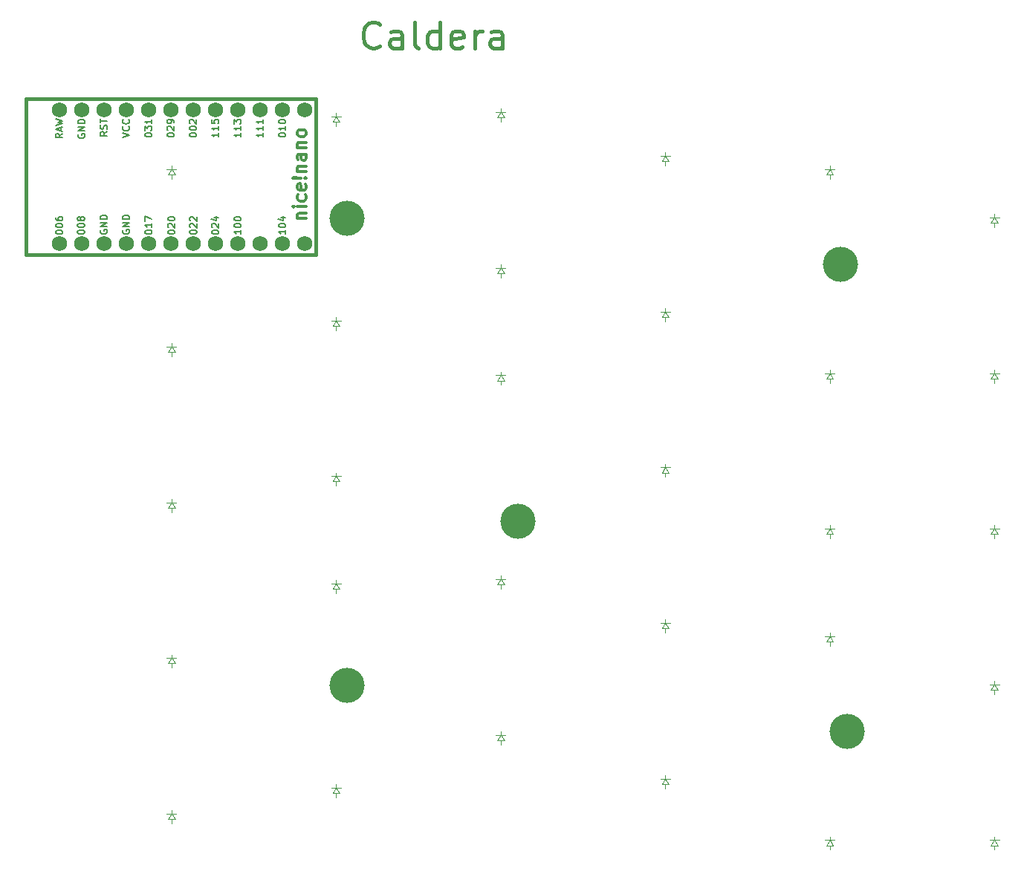
<source format=gbr>
%TF.GenerationSoftware,KiCad,Pcbnew,7.0.8*%
%TF.CreationDate,2024-07-17T12:43:32-03:00*%
%TF.ProjectId,right,72696768-742e-46b6-9963-61645f706362,v1.0.0*%
%TF.SameCoordinates,Original*%
%TF.FileFunction,Legend,Top*%
%TF.FilePolarity,Positive*%
%FSLAX46Y46*%
G04 Gerber Fmt 4.6, Leading zero omitted, Abs format (unit mm)*
G04 Created by KiCad (PCBNEW 7.0.8) date 2024-07-17 12:43:32*
%MOMM*%
%LPD*%
G01*
G04 APERTURE LIST*
%ADD10C,0.400000*%
%ADD11C,0.150000*%
%ADD12C,0.300000*%
%ADD13C,0.100000*%
%ADD14C,0.381000*%
%ADD15C,4.000000*%
%ADD16C,1.752600*%
G04 APERTURE END LIST*
D10*
X285241728Y-62581342D02*
X285098871Y-62724200D01*
X285098871Y-62724200D02*
X284670299Y-62867057D01*
X284670299Y-62867057D02*
X284384585Y-62867057D01*
X284384585Y-62867057D02*
X283956014Y-62724200D01*
X283956014Y-62724200D02*
X283670299Y-62438485D01*
X283670299Y-62438485D02*
X283527442Y-62152771D01*
X283527442Y-62152771D02*
X283384585Y-61581342D01*
X283384585Y-61581342D02*
X283384585Y-61152771D01*
X283384585Y-61152771D02*
X283527442Y-60581342D01*
X283527442Y-60581342D02*
X283670299Y-60295628D01*
X283670299Y-60295628D02*
X283956014Y-60009914D01*
X283956014Y-60009914D02*
X284384585Y-59867057D01*
X284384585Y-59867057D02*
X284670299Y-59867057D01*
X284670299Y-59867057D02*
X285098871Y-60009914D01*
X285098871Y-60009914D02*
X285241728Y-60152771D01*
X287813157Y-62867057D02*
X287813157Y-61295628D01*
X287813157Y-61295628D02*
X287670299Y-61009914D01*
X287670299Y-61009914D02*
X287384585Y-60867057D01*
X287384585Y-60867057D02*
X286813157Y-60867057D01*
X286813157Y-60867057D02*
X286527442Y-61009914D01*
X287813157Y-62724200D02*
X287527442Y-62867057D01*
X287527442Y-62867057D02*
X286813157Y-62867057D01*
X286813157Y-62867057D02*
X286527442Y-62724200D01*
X286527442Y-62724200D02*
X286384585Y-62438485D01*
X286384585Y-62438485D02*
X286384585Y-62152771D01*
X286384585Y-62152771D02*
X286527442Y-61867057D01*
X286527442Y-61867057D02*
X286813157Y-61724200D01*
X286813157Y-61724200D02*
X287527442Y-61724200D01*
X287527442Y-61724200D02*
X287813157Y-61581342D01*
X289670300Y-62867057D02*
X289384585Y-62724200D01*
X289384585Y-62724200D02*
X289241728Y-62438485D01*
X289241728Y-62438485D02*
X289241728Y-59867057D01*
X292098872Y-62867057D02*
X292098872Y-59867057D01*
X292098872Y-62724200D02*
X291813157Y-62867057D01*
X291813157Y-62867057D02*
X291241729Y-62867057D01*
X291241729Y-62867057D02*
X290956014Y-62724200D01*
X290956014Y-62724200D02*
X290813157Y-62581342D01*
X290813157Y-62581342D02*
X290670300Y-62295628D01*
X290670300Y-62295628D02*
X290670300Y-61438485D01*
X290670300Y-61438485D02*
X290813157Y-61152771D01*
X290813157Y-61152771D02*
X290956014Y-61009914D01*
X290956014Y-61009914D02*
X291241729Y-60867057D01*
X291241729Y-60867057D02*
X291813157Y-60867057D01*
X291813157Y-60867057D02*
X292098872Y-61009914D01*
X294670300Y-62724200D02*
X294384586Y-62867057D01*
X294384586Y-62867057D02*
X293813158Y-62867057D01*
X293813158Y-62867057D02*
X293527443Y-62724200D01*
X293527443Y-62724200D02*
X293384586Y-62438485D01*
X293384586Y-62438485D02*
X293384586Y-61295628D01*
X293384586Y-61295628D02*
X293527443Y-61009914D01*
X293527443Y-61009914D02*
X293813158Y-60867057D01*
X293813158Y-60867057D02*
X294384586Y-60867057D01*
X294384586Y-60867057D02*
X294670300Y-61009914D01*
X294670300Y-61009914D02*
X294813158Y-61295628D01*
X294813158Y-61295628D02*
X294813158Y-61581342D01*
X294813158Y-61581342D02*
X293384586Y-61867057D01*
X296098872Y-62867057D02*
X296098872Y-60867057D01*
X296098872Y-61438485D02*
X296241729Y-61152771D01*
X296241729Y-61152771D02*
X296384587Y-61009914D01*
X296384587Y-61009914D02*
X296670301Y-60867057D01*
X296670301Y-60867057D02*
X296956015Y-60867057D01*
X299241730Y-62867057D02*
X299241730Y-61295628D01*
X299241730Y-61295628D02*
X299098872Y-61009914D01*
X299098872Y-61009914D02*
X298813158Y-60867057D01*
X298813158Y-60867057D02*
X298241730Y-60867057D01*
X298241730Y-60867057D02*
X297956015Y-61009914D01*
X299241730Y-62724200D02*
X298956015Y-62867057D01*
X298956015Y-62867057D02*
X298241730Y-62867057D01*
X298241730Y-62867057D02*
X297956015Y-62724200D01*
X297956015Y-62724200D02*
X297813158Y-62438485D01*
X297813158Y-62438485D02*
X297813158Y-62152771D01*
X297813158Y-62152771D02*
X297956015Y-61867057D01*
X297956015Y-61867057D02*
X298241730Y-61724200D01*
X298241730Y-61724200D02*
X298956015Y-61724200D01*
X298956015Y-61724200D02*
X299241730Y-61581342D01*
D11*
X266922295Y-72496142D02*
X266922295Y-72953285D01*
X266922295Y-72724713D02*
X266122295Y-72724713D01*
X266122295Y-72724713D02*
X266236580Y-72800904D01*
X266236580Y-72800904D02*
X266312771Y-72877094D01*
X266312771Y-72877094D02*
X266350866Y-72953285D01*
X266922295Y-71734237D02*
X266922295Y-72191380D01*
X266922295Y-71962808D02*
X266122295Y-71962808D01*
X266122295Y-71962808D02*
X266236580Y-72038999D01*
X266236580Y-72038999D02*
X266312771Y-72115189D01*
X266312771Y-72115189D02*
X266350866Y-72191380D01*
X266122295Y-71010427D02*
X266122295Y-71391379D01*
X266122295Y-71391379D02*
X266503247Y-71429475D01*
X266503247Y-71429475D02*
X266465152Y-71391379D01*
X266465152Y-71391379D02*
X266427057Y-71315189D01*
X266427057Y-71315189D02*
X266427057Y-71124713D01*
X266427057Y-71124713D02*
X266465152Y-71048522D01*
X266465152Y-71048522D02*
X266503247Y-71010427D01*
X266503247Y-71010427D02*
X266579438Y-70972332D01*
X266579438Y-70972332D02*
X266769914Y-70972332D01*
X266769914Y-70972332D02*
X266846104Y-71010427D01*
X266846104Y-71010427D02*
X266884200Y-71048522D01*
X266884200Y-71048522D02*
X266922295Y-71124713D01*
X266922295Y-71124713D02*
X266922295Y-71315189D01*
X266922295Y-71315189D02*
X266884200Y-71391379D01*
X266884200Y-71391379D02*
X266846104Y-71429475D01*
X250920390Y-72654856D02*
X250882295Y-72731046D01*
X250882295Y-72731046D02*
X250882295Y-72845332D01*
X250882295Y-72845332D02*
X250920390Y-72959618D01*
X250920390Y-72959618D02*
X250996580Y-73035808D01*
X250996580Y-73035808D02*
X251072771Y-73073903D01*
X251072771Y-73073903D02*
X251225152Y-73111999D01*
X251225152Y-73111999D02*
X251339438Y-73111999D01*
X251339438Y-73111999D02*
X251491819Y-73073903D01*
X251491819Y-73073903D02*
X251568009Y-73035808D01*
X251568009Y-73035808D02*
X251644200Y-72959618D01*
X251644200Y-72959618D02*
X251682295Y-72845332D01*
X251682295Y-72845332D02*
X251682295Y-72769141D01*
X251682295Y-72769141D02*
X251644200Y-72654856D01*
X251644200Y-72654856D02*
X251606104Y-72616760D01*
X251606104Y-72616760D02*
X251339438Y-72616760D01*
X251339438Y-72616760D02*
X251339438Y-72769141D01*
X251682295Y-72273903D02*
X250882295Y-72273903D01*
X250882295Y-72273903D02*
X251682295Y-71816760D01*
X251682295Y-71816760D02*
X250882295Y-71816760D01*
X251682295Y-71435808D02*
X250882295Y-71435808D01*
X250882295Y-71435808D02*
X250882295Y-71245332D01*
X250882295Y-71245332D02*
X250920390Y-71131046D01*
X250920390Y-71131046D02*
X250996580Y-71054856D01*
X250996580Y-71054856D02*
X251072771Y-71016761D01*
X251072771Y-71016761D02*
X251225152Y-70978665D01*
X251225152Y-70978665D02*
X251339438Y-70978665D01*
X251339438Y-70978665D02*
X251491819Y-71016761D01*
X251491819Y-71016761D02*
X251568009Y-71054856D01*
X251568009Y-71054856D02*
X251644200Y-71131046D01*
X251644200Y-71131046D02*
X251682295Y-71245332D01*
X251682295Y-71245332D02*
X251682295Y-71435808D01*
X263582295Y-72762808D02*
X263582295Y-72686618D01*
X263582295Y-72686618D02*
X263620390Y-72610427D01*
X263620390Y-72610427D02*
X263658485Y-72572332D01*
X263658485Y-72572332D02*
X263734676Y-72534237D01*
X263734676Y-72534237D02*
X263887057Y-72496142D01*
X263887057Y-72496142D02*
X264077533Y-72496142D01*
X264077533Y-72496142D02*
X264229914Y-72534237D01*
X264229914Y-72534237D02*
X264306104Y-72572332D01*
X264306104Y-72572332D02*
X264344200Y-72610427D01*
X264344200Y-72610427D02*
X264382295Y-72686618D01*
X264382295Y-72686618D02*
X264382295Y-72762808D01*
X264382295Y-72762808D02*
X264344200Y-72838999D01*
X264344200Y-72838999D02*
X264306104Y-72877094D01*
X264306104Y-72877094D02*
X264229914Y-72915189D01*
X264229914Y-72915189D02*
X264077533Y-72953285D01*
X264077533Y-72953285D02*
X263887057Y-72953285D01*
X263887057Y-72953285D02*
X263734676Y-72915189D01*
X263734676Y-72915189D02*
X263658485Y-72877094D01*
X263658485Y-72877094D02*
X263620390Y-72838999D01*
X263620390Y-72838999D02*
X263582295Y-72762808D01*
X263582295Y-72000903D02*
X263582295Y-71924713D01*
X263582295Y-71924713D02*
X263620390Y-71848522D01*
X263620390Y-71848522D02*
X263658485Y-71810427D01*
X263658485Y-71810427D02*
X263734676Y-71772332D01*
X263734676Y-71772332D02*
X263887057Y-71734237D01*
X263887057Y-71734237D02*
X264077533Y-71734237D01*
X264077533Y-71734237D02*
X264229914Y-71772332D01*
X264229914Y-71772332D02*
X264306104Y-71810427D01*
X264306104Y-71810427D02*
X264344200Y-71848522D01*
X264344200Y-71848522D02*
X264382295Y-71924713D01*
X264382295Y-71924713D02*
X264382295Y-72000903D01*
X264382295Y-72000903D02*
X264344200Y-72077094D01*
X264344200Y-72077094D02*
X264306104Y-72115189D01*
X264306104Y-72115189D02*
X264229914Y-72153284D01*
X264229914Y-72153284D02*
X264077533Y-72191380D01*
X264077533Y-72191380D02*
X263887057Y-72191380D01*
X263887057Y-72191380D02*
X263734676Y-72153284D01*
X263734676Y-72153284D02*
X263658485Y-72115189D01*
X263658485Y-72115189D02*
X263620390Y-72077094D01*
X263620390Y-72077094D02*
X263582295Y-72000903D01*
X263658485Y-71429475D02*
X263620390Y-71391379D01*
X263620390Y-71391379D02*
X263582295Y-71315189D01*
X263582295Y-71315189D02*
X263582295Y-71124713D01*
X263582295Y-71124713D02*
X263620390Y-71048522D01*
X263620390Y-71048522D02*
X263658485Y-71010427D01*
X263658485Y-71010427D02*
X263734676Y-70972332D01*
X263734676Y-70972332D02*
X263810866Y-70972332D01*
X263810866Y-70972332D02*
X263925152Y-71010427D01*
X263925152Y-71010427D02*
X264382295Y-71467570D01*
X264382295Y-71467570D02*
X264382295Y-70972332D01*
X248342295Y-83837189D02*
X248342295Y-83760999D01*
X248342295Y-83760999D02*
X248380390Y-83684808D01*
X248380390Y-83684808D02*
X248418485Y-83646713D01*
X248418485Y-83646713D02*
X248494676Y-83608618D01*
X248494676Y-83608618D02*
X248647057Y-83570523D01*
X248647057Y-83570523D02*
X248837533Y-83570523D01*
X248837533Y-83570523D02*
X248989914Y-83608618D01*
X248989914Y-83608618D02*
X249066104Y-83646713D01*
X249066104Y-83646713D02*
X249104200Y-83684808D01*
X249104200Y-83684808D02*
X249142295Y-83760999D01*
X249142295Y-83760999D02*
X249142295Y-83837189D01*
X249142295Y-83837189D02*
X249104200Y-83913380D01*
X249104200Y-83913380D02*
X249066104Y-83951475D01*
X249066104Y-83951475D02*
X248989914Y-83989570D01*
X248989914Y-83989570D02*
X248837533Y-84027666D01*
X248837533Y-84027666D02*
X248647057Y-84027666D01*
X248647057Y-84027666D02*
X248494676Y-83989570D01*
X248494676Y-83989570D02*
X248418485Y-83951475D01*
X248418485Y-83951475D02*
X248380390Y-83913380D01*
X248380390Y-83913380D02*
X248342295Y-83837189D01*
X248342295Y-83075284D02*
X248342295Y-82999094D01*
X248342295Y-82999094D02*
X248380390Y-82922903D01*
X248380390Y-82922903D02*
X248418485Y-82884808D01*
X248418485Y-82884808D02*
X248494676Y-82846713D01*
X248494676Y-82846713D02*
X248647057Y-82808618D01*
X248647057Y-82808618D02*
X248837533Y-82808618D01*
X248837533Y-82808618D02*
X248989914Y-82846713D01*
X248989914Y-82846713D02*
X249066104Y-82884808D01*
X249066104Y-82884808D02*
X249104200Y-82922903D01*
X249104200Y-82922903D02*
X249142295Y-82999094D01*
X249142295Y-82999094D02*
X249142295Y-83075284D01*
X249142295Y-83075284D02*
X249104200Y-83151475D01*
X249104200Y-83151475D02*
X249066104Y-83189570D01*
X249066104Y-83189570D02*
X248989914Y-83227665D01*
X248989914Y-83227665D02*
X248837533Y-83265761D01*
X248837533Y-83265761D02*
X248647057Y-83265761D01*
X248647057Y-83265761D02*
X248494676Y-83227665D01*
X248494676Y-83227665D02*
X248418485Y-83189570D01*
X248418485Y-83189570D02*
X248380390Y-83151475D01*
X248380390Y-83151475D02*
X248342295Y-83075284D01*
X248342295Y-82122903D02*
X248342295Y-82275284D01*
X248342295Y-82275284D02*
X248380390Y-82351475D01*
X248380390Y-82351475D02*
X248418485Y-82389570D01*
X248418485Y-82389570D02*
X248532771Y-82465760D01*
X248532771Y-82465760D02*
X248685152Y-82503856D01*
X248685152Y-82503856D02*
X248989914Y-82503856D01*
X248989914Y-82503856D02*
X249066104Y-82465760D01*
X249066104Y-82465760D02*
X249104200Y-82427665D01*
X249104200Y-82427665D02*
X249142295Y-82351475D01*
X249142295Y-82351475D02*
X249142295Y-82199094D01*
X249142295Y-82199094D02*
X249104200Y-82122903D01*
X249104200Y-82122903D02*
X249066104Y-82084808D01*
X249066104Y-82084808D02*
X248989914Y-82046713D01*
X248989914Y-82046713D02*
X248799438Y-82046713D01*
X248799438Y-82046713D02*
X248723247Y-82084808D01*
X248723247Y-82084808D02*
X248685152Y-82122903D01*
X248685152Y-82122903D02*
X248647057Y-82199094D01*
X248647057Y-82199094D02*
X248647057Y-82351475D01*
X248647057Y-82351475D02*
X248685152Y-82427665D01*
X248685152Y-82427665D02*
X248723247Y-82465760D01*
X248723247Y-82465760D02*
X248799438Y-82503856D01*
X258502295Y-72762808D02*
X258502295Y-72686618D01*
X258502295Y-72686618D02*
X258540390Y-72610427D01*
X258540390Y-72610427D02*
X258578485Y-72572332D01*
X258578485Y-72572332D02*
X258654676Y-72534237D01*
X258654676Y-72534237D02*
X258807057Y-72496142D01*
X258807057Y-72496142D02*
X258997533Y-72496142D01*
X258997533Y-72496142D02*
X259149914Y-72534237D01*
X259149914Y-72534237D02*
X259226104Y-72572332D01*
X259226104Y-72572332D02*
X259264200Y-72610427D01*
X259264200Y-72610427D02*
X259302295Y-72686618D01*
X259302295Y-72686618D02*
X259302295Y-72762808D01*
X259302295Y-72762808D02*
X259264200Y-72838999D01*
X259264200Y-72838999D02*
X259226104Y-72877094D01*
X259226104Y-72877094D02*
X259149914Y-72915189D01*
X259149914Y-72915189D02*
X258997533Y-72953285D01*
X258997533Y-72953285D02*
X258807057Y-72953285D01*
X258807057Y-72953285D02*
X258654676Y-72915189D01*
X258654676Y-72915189D02*
X258578485Y-72877094D01*
X258578485Y-72877094D02*
X258540390Y-72838999D01*
X258540390Y-72838999D02*
X258502295Y-72762808D01*
X258502295Y-72229475D02*
X258502295Y-71734237D01*
X258502295Y-71734237D02*
X258807057Y-72000903D01*
X258807057Y-72000903D02*
X258807057Y-71886618D01*
X258807057Y-71886618D02*
X258845152Y-71810427D01*
X258845152Y-71810427D02*
X258883247Y-71772332D01*
X258883247Y-71772332D02*
X258959438Y-71734237D01*
X258959438Y-71734237D02*
X259149914Y-71734237D01*
X259149914Y-71734237D02*
X259226104Y-71772332D01*
X259226104Y-71772332D02*
X259264200Y-71810427D01*
X259264200Y-71810427D02*
X259302295Y-71886618D01*
X259302295Y-71886618D02*
X259302295Y-72115189D01*
X259302295Y-72115189D02*
X259264200Y-72191380D01*
X259264200Y-72191380D02*
X259226104Y-72229475D01*
X259302295Y-70972332D02*
X259302295Y-71429475D01*
X259302295Y-71200903D02*
X258502295Y-71200903D01*
X258502295Y-71200903D02*
X258616580Y-71277094D01*
X258616580Y-71277094D02*
X258692771Y-71353284D01*
X258692771Y-71353284D02*
X258730866Y-71429475D01*
X249142295Y-72578665D02*
X248761342Y-72845332D01*
X249142295Y-73035808D02*
X248342295Y-73035808D01*
X248342295Y-73035808D02*
X248342295Y-72731046D01*
X248342295Y-72731046D02*
X248380390Y-72654856D01*
X248380390Y-72654856D02*
X248418485Y-72616761D01*
X248418485Y-72616761D02*
X248494676Y-72578665D01*
X248494676Y-72578665D02*
X248608961Y-72578665D01*
X248608961Y-72578665D02*
X248685152Y-72616761D01*
X248685152Y-72616761D02*
X248723247Y-72654856D01*
X248723247Y-72654856D02*
X248761342Y-72731046D01*
X248761342Y-72731046D02*
X248761342Y-73035808D01*
X248913723Y-72273904D02*
X248913723Y-71892951D01*
X249142295Y-72350094D02*
X248342295Y-72083427D01*
X248342295Y-72083427D02*
X249142295Y-71816761D01*
X248342295Y-71626285D02*
X249142295Y-71435809D01*
X249142295Y-71435809D02*
X248570866Y-71283428D01*
X248570866Y-71283428D02*
X249142295Y-71131047D01*
X249142295Y-71131047D02*
X248342295Y-70940571D01*
X250812295Y-83837189D02*
X250812295Y-83760999D01*
X250812295Y-83760999D02*
X250850390Y-83684808D01*
X250850390Y-83684808D02*
X250888485Y-83646713D01*
X250888485Y-83646713D02*
X250964676Y-83608618D01*
X250964676Y-83608618D02*
X251117057Y-83570523D01*
X251117057Y-83570523D02*
X251307533Y-83570523D01*
X251307533Y-83570523D02*
X251459914Y-83608618D01*
X251459914Y-83608618D02*
X251536104Y-83646713D01*
X251536104Y-83646713D02*
X251574200Y-83684808D01*
X251574200Y-83684808D02*
X251612295Y-83760999D01*
X251612295Y-83760999D02*
X251612295Y-83837189D01*
X251612295Y-83837189D02*
X251574200Y-83913380D01*
X251574200Y-83913380D02*
X251536104Y-83951475D01*
X251536104Y-83951475D02*
X251459914Y-83989570D01*
X251459914Y-83989570D02*
X251307533Y-84027666D01*
X251307533Y-84027666D02*
X251117057Y-84027666D01*
X251117057Y-84027666D02*
X250964676Y-83989570D01*
X250964676Y-83989570D02*
X250888485Y-83951475D01*
X250888485Y-83951475D02*
X250850390Y-83913380D01*
X250850390Y-83913380D02*
X250812295Y-83837189D01*
X250812295Y-83075284D02*
X250812295Y-82999094D01*
X250812295Y-82999094D02*
X250850390Y-82922903D01*
X250850390Y-82922903D02*
X250888485Y-82884808D01*
X250888485Y-82884808D02*
X250964676Y-82846713D01*
X250964676Y-82846713D02*
X251117057Y-82808618D01*
X251117057Y-82808618D02*
X251307533Y-82808618D01*
X251307533Y-82808618D02*
X251459914Y-82846713D01*
X251459914Y-82846713D02*
X251536104Y-82884808D01*
X251536104Y-82884808D02*
X251574200Y-82922903D01*
X251574200Y-82922903D02*
X251612295Y-82999094D01*
X251612295Y-82999094D02*
X251612295Y-83075284D01*
X251612295Y-83075284D02*
X251574200Y-83151475D01*
X251574200Y-83151475D02*
X251536104Y-83189570D01*
X251536104Y-83189570D02*
X251459914Y-83227665D01*
X251459914Y-83227665D02*
X251307533Y-83265761D01*
X251307533Y-83265761D02*
X251117057Y-83265761D01*
X251117057Y-83265761D02*
X250964676Y-83227665D01*
X250964676Y-83227665D02*
X250888485Y-83189570D01*
X250888485Y-83189570D02*
X250850390Y-83151475D01*
X250850390Y-83151475D02*
X250812295Y-83075284D01*
X251155152Y-82351475D02*
X251117057Y-82427665D01*
X251117057Y-82427665D02*
X251078961Y-82465760D01*
X251078961Y-82465760D02*
X251002771Y-82503856D01*
X251002771Y-82503856D02*
X250964676Y-82503856D01*
X250964676Y-82503856D02*
X250888485Y-82465760D01*
X250888485Y-82465760D02*
X250850390Y-82427665D01*
X250850390Y-82427665D02*
X250812295Y-82351475D01*
X250812295Y-82351475D02*
X250812295Y-82199094D01*
X250812295Y-82199094D02*
X250850390Y-82122903D01*
X250850390Y-82122903D02*
X250888485Y-82084808D01*
X250888485Y-82084808D02*
X250964676Y-82046713D01*
X250964676Y-82046713D02*
X251002771Y-82046713D01*
X251002771Y-82046713D02*
X251078961Y-82084808D01*
X251078961Y-82084808D02*
X251117057Y-82122903D01*
X251117057Y-82122903D02*
X251155152Y-82199094D01*
X251155152Y-82199094D02*
X251155152Y-82351475D01*
X251155152Y-82351475D02*
X251193247Y-82427665D01*
X251193247Y-82427665D02*
X251231342Y-82465760D01*
X251231342Y-82465760D02*
X251307533Y-82503856D01*
X251307533Y-82503856D02*
X251459914Y-82503856D01*
X251459914Y-82503856D02*
X251536104Y-82465760D01*
X251536104Y-82465760D02*
X251574200Y-82427665D01*
X251574200Y-82427665D02*
X251612295Y-82351475D01*
X251612295Y-82351475D02*
X251612295Y-82199094D01*
X251612295Y-82199094D02*
X251574200Y-82122903D01*
X251574200Y-82122903D02*
X251536104Y-82084808D01*
X251536104Y-82084808D02*
X251459914Y-82046713D01*
X251459914Y-82046713D02*
X251307533Y-82046713D01*
X251307533Y-82046713D02*
X251231342Y-82084808D01*
X251231342Y-82084808D02*
X251193247Y-82122903D01*
X251193247Y-82122903D02*
X251155152Y-82199094D01*
X258512295Y-83837189D02*
X258512295Y-83760999D01*
X258512295Y-83760999D02*
X258550390Y-83684808D01*
X258550390Y-83684808D02*
X258588485Y-83646713D01*
X258588485Y-83646713D02*
X258664676Y-83608618D01*
X258664676Y-83608618D02*
X258817057Y-83570523D01*
X258817057Y-83570523D02*
X259007533Y-83570523D01*
X259007533Y-83570523D02*
X259159914Y-83608618D01*
X259159914Y-83608618D02*
X259236104Y-83646713D01*
X259236104Y-83646713D02*
X259274200Y-83684808D01*
X259274200Y-83684808D02*
X259312295Y-83760999D01*
X259312295Y-83760999D02*
X259312295Y-83837189D01*
X259312295Y-83837189D02*
X259274200Y-83913380D01*
X259274200Y-83913380D02*
X259236104Y-83951475D01*
X259236104Y-83951475D02*
X259159914Y-83989570D01*
X259159914Y-83989570D02*
X259007533Y-84027666D01*
X259007533Y-84027666D02*
X258817057Y-84027666D01*
X258817057Y-84027666D02*
X258664676Y-83989570D01*
X258664676Y-83989570D02*
X258588485Y-83951475D01*
X258588485Y-83951475D02*
X258550390Y-83913380D01*
X258550390Y-83913380D02*
X258512295Y-83837189D01*
X259312295Y-82808618D02*
X259312295Y-83265761D01*
X259312295Y-83037189D02*
X258512295Y-83037189D01*
X258512295Y-83037189D02*
X258626580Y-83113380D01*
X258626580Y-83113380D02*
X258702771Y-83189570D01*
X258702771Y-83189570D02*
X258740866Y-83265761D01*
X258512295Y-82541951D02*
X258512295Y-82008617D01*
X258512295Y-82008617D02*
X259312295Y-82351475D01*
X254222295Y-72350094D02*
X253841342Y-72616761D01*
X254222295Y-72807237D02*
X253422295Y-72807237D01*
X253422295Y-72807237D02*
X253422295Y-72502475D01*
X253422295Y-72502475D02*
X253460390Y-72426285D01*
X253460390Y-72426285D02*
X253498485Y-72388190D01*
X253498485Y-72388190D02*
X253574676Y-72350094D01*
X253574676Y-72350094D02*
X253688961Y-72350094D01*
X253688961Y-72350094D02*
X253765152Y-72388190D01*
X253765152Y-72388190D02*
X253803247Y-72426285D01*
X253803247Y-72426285D02*
X253841342Y-72502475D01*
X253841342Y-72502475D02*
X253841342Y-72807237D01*
X254184200Y-72045333D02*
X254222295Y-71931047D01*
X254222295Y-71931047D02*
X254222295Y-71740571D01*
X254222295Y-71740571D02*
X254184200Y-71664380D01*
X254184200Y-71664380D02*
X254146104Y-71626285D01*
X254146104Y-71626285D02*
X254069914Y-71588190D01*
X254069914Y-71588190D02*
X253993723Y-71588190D01*
X253993723Y-71588190D02*
X253917533Y-71626285D01*
X253917533Y-71626285D02*
X253879438Y-71664380D01*
X253879438Y-71664380D02*
X253841342Y-71740571D01*
X253841342Y-71740571D02*
X253803247Y-71892952D01*
X253803247Y-71892952D02*
X253765152Y-71969142D01*
X253765152Y-71969142D02*
X253727057Y-72007237D01*
X253727057Y-72007237D02*
X253650866Y-72045333D01*
X253650866Y-72045333D02*
X253574676Y-72045333D01*
X253574676Y-72045333D02*
X253498485Y-72007237D01*
X253498485Y-72007237D02*
X253460390Y-71969142D01*
X253460390Y-71969142D02*
X253422295Y-71892952D01*
X253422295Y-71892952D02*
X253422295Y-71702475D01*
X253422295Y-71702475D02*
X253460390Y-71588190D01*
X253422295Y-71359618D02*
X253422295Y-70902475D01*
X254222295Y-71131047D02*
X253422295Y-71131047D01*
X261042295Y-72762808D02*
X261042295Y-72686618D01*
X261042295Y-72686618D02*
X261080390Y-72610427D01*
X261080390Y-72610427D02*
X261118485Y-72572332D01*
X261118485Y-72572332D02*
X261194676Y-72534237D01*
X261194676Y-72534237D02*
X261347057Y-72496142D01*
X261347057Y-72496142D02*
X261537533Y-72496142D01*
X261537533Y-72496142D02*
X261689914Y-72534237D01*
X261689914Y-72534237D02*
X261766104Y-72572332D01*
X261766104Y-72572332D02*
X261804200Y-72610427D01*
X261804200Y-72610427D02*
X261842295Y-72686618D01*
X261842295Y-72686618D02*
X261842295Y-72762808D01*
X261842295Y-72762808D02*
X261804200Y-72838999D01*
X261804200Y-72838999D02*
X261766104Y-72877094D01*
X261766104Y-72877094D02*
X261689914Y-72915189D01*
X261689914Y-72915189D02*
X261537533Y-72953285D01*
X261537533Y-72953285D02*
X261347057Y-72953285D01*
X261347057Y-72953285D02*
X261194676Y-72915189D01*
X261194676Y-72915189D02*
X261118485Y-72877094D01*
X261118485Y-72877094D02*
X261080390Y-72838999D01*
X261080390Y-72838999D02*
X261042295Y-72762808D01*
X261118485Y-72191380D02*
X261080390Y-72153284D01*
X261080390Y-72153284D02*
X261042295Y-72077094D01*
X261042295Y-72077094D02*
X261042295Y-71886618D01*
X261042295Y-71886618D02*
X261080390Y-71810427D01*
X261080390Y-71810427D02*
X261118485Y-71772332D01*
X261118485Y-71772332D02*
X261194676Y-71734237D01*
X261194676Y-71734237D02*
X261270866Y-71734237D01*
X261270866Y-71734237D02*
X261385152Y-71772332D01*
X261385152Y-71772332D02*
X261842295Y-72229475D01*
X261842295Y-72229475D02*
X261842295Y-71734237D01*
X261842295Y-71353284D02*
X261842295Y-71200903D01*
X261842295Y-71200903D02*
X261804200Y-71124713D01*
X261804200Y-71124713D02*
X261766104Y-71086617D01*
X261766104Y-71086617D02*
X261651819Y-71010427D01*
X261651819Y-71010427D02*
X261499438Y-70972332D01*
X261499438Y-70972332D02*
X261194676Y-70972332D01*
X261194676Y-70972332D02*
X261118485Y-71010427D01*
X261118485Y-71010427D02*
X261080390Y-71048522D01*
X261080390Y-71048522D02*
X261042295Y-71124713D01*
X261042295Y-71124713D02*
X261042295Y-71277094D01*
X261042295Y-71277094D02*
X261080390Y-71353284D01*
X261080390Y-71353284D02*
X261118485Y-71391379D01*
X261118485Y-71391379D02*
X261194676Y-71429475D01*
X261194676Y-71429475D02*
X261385152Y-71429475D01*
X261385152Y-71429475D02*
X261461342Y-71391379D01*
X261461342Y-71391379D02*
X261499438Y-71353284D01*
X261499438Y-71353284D02*
X261537533Y-71277094D01*
X261537533Y-71277094D02*
X261537533Y-71124713D01*
X261537533Y-71124713D02*
X261499438Y-71048522D01*
X261499438Y-71048522D02*
X261461342Y-71010427D01*
X261461342Y-71010427D02*
X261385152Y-70972332D01*
D12*
X275890328Y-82281714D02*
X276890328Y-82281714D01*
X276033185Y-82281714D02*
X275961757Y-82210285D01*
X275961757Y-82210285D02*
X275890328Y-82067428D01*
X275890328Y-82067428D02*
X275890328Y-81853142D01*
X275890328Y-81853142D02*
X275961757Y-81710285D01*
X275961757Y-81710285D02*
X276104614Y-81638857D01*
X276104614Y-81638857D02*
X276890328Y-81638857D01*
X276890328Y-80924571D02*
X275890328Y-80924571D01*
X275390328Y-80924571D02*
X275461757Y-80995999D01*
X275461757Y-80995999D02*
X275533185Y-80924571D01*
X275533185Y-80924571D02*
X275461757Y-80853142D01*
X275461757Y-80853142D02*
X275390328Y-80924571D01*
X275390328Y-80924571D02*
X275533185Y-80924571D01*
X276818900Y-79567428D02*
X276890328Y-79710285D01*
X276890328Y-79710285D02*
X276890328Y-79995999D01*
X276890328Y-79995999D02*
X276818900Y-80138856D01*
X276818900Y-80138856D02*
X276747471Y-80210285D01*
X276747471Y-80210285D02*
X276604614Y-80281713D01*
X276604614Y-80281713D02*
X276176042Y-80281713D01*
X276176042Y-80281713D02*
X276033185Y-80210285D01*
X276033185Y-80210285D02*
X275961757Y-80138856D01*
X275961757Y-80138856D02*
X275890328Y-79995999D01*
X275890328Y-79995999D02*
X275890328Y-79710285D01*
X275890328Y-79710285D02*
X275961757Y-79567428D01*
X276818900Y-78353142D02*
X276890328Y-78495999D01*
X276890328Y-78495999D02*
X276890328Y-78781714D01*
X276890328Y-78781714D02*
X276818900Y-78924571D01*
X276818900Y-78924571D02*
X276676042Y-78995999D01*
X276676042Y-78995999D02*
X276104614Y-78995999D01*
X276104614Y-78995999D02*
X275961757Y-78924571D01*
X275961757Y-78924571D02*
X275890328Y-78781714D01*
X275890328Y-78781714D02*
X275890328Y-78495999D01*
X275890328Y-78495999D02*
X275961757Y-78353142D01*
X275961757Y-78353142D02*
X276104614Y-78281714D01*
X276104614Y-78281714D02*
X276247471Y-78281714D01*
X276247471Y-78281714D02*
X276390328Y-78995999D01*
X276747471Y-77638857D02*
X276818900Y-77567428D01*
X276818900Y-77567428D02*
X276890328Y-77638857D01*
X276890328Y-77638857D02*
X276818900Y-77710285D01*
X276818900Y-77710285D02*
X276747471Y-77638857D01*
X276747471Y-77638857D02*
X276890328Y-77638857D01*
X276318900Y-77638857D02*
X275461757Y-77710285D01*
X275461757Y-77710285D02*
X275390328Y-77638857D01*
X275390328Y-77638857D02*
X275461757Y-77567428D01*
X275461757Y-77567428D02*
X276318900Y-77638857D01*
X276318900Y-77638857D02*
X275390328Y-77638857D01*
X275890328Y-76924571D02*
X276890328Y-76924571D01*
X276033185Y-76924571D02*
X275961757Y-76853142D01*
X275961757Y-76853142D02*
X275890328Y-76710285D01*
X275890328Y-76710285D02*
X275890328Y-76495999D01*
X275890328Y-76495999D02*
X275961757Y-76353142D01*
X275961757Y-76353142D02*
X276104614Y-76281714D01*
X276104614Y-76281714D02*
X276890328Y-76281714D01*
X276890328Y-74924571D02*
X276104614Y-74924571D01*
X276104614Y-74924571D02*
X275961757Y-74995999D01*
X275961757Y-74995999D02*
X275890328Y-75138856D01*
X275890328Y-75138856D02*
X275890328Y-75424571D01*
X275890328Y-75424571D02*
X275961757Y-75567428D01*
X276818900Y-74924571D02*
X276890328Y-75067428D01*
X276890328Y-75067428D02*
X276890328Y-75424571D01*
X276890328Y-75424571D02*
X276818900Y-75567428D01*
X276818900Y-75567428D02*
X276676042Y-75638856D01*
X276676042Y-75638856D02*
X276533185Y-75638856D01*
X276533185Y-75638856D02*
X276390328Y-75567428D01*
X276390328Y-75567428D02*
X276318900Y-75424571D01*
X276318900Y-75424571D02*
X276318900Y-75067428D01*
X276318900Y-75067428D02*
X276247471Y-74924571D01*
X275890328Y-74210285D02*
X276890328Y-74210285D01*
X276033185Y-74210285D02*
X275961757Y-74138856D01*
X275961757Y-74138856D02*
X275890328Y-73995999D01*
X275890328Y-73995999D02*
X275890328Y-73781713D01*
X275890328Y-73781713D02*
X275961757Y-73638856D01*
X275961757Y-73638856D02*
X276104614Y-73567428D01*
X276104614Y-73567428D02*
X276890328Y-73567428D01*
X276890328Y-72638856D02*
X276818900Y-72781713D01*
X276818900Y-72781713D02*
X276747471Y-72853142D01*
X276747471Y-72853142D02*
X276604614Y-72924570D01*
X276604614Y-72924570D02*
X276176042Y-72924570D01*
X276176042Y-72924570D02*
X276033185Y-72853142D01*
X276033185Y-72853142D02*
X275961757Y-72781713D01*
X275961757Y-72781713D02*
X275890328Y-72638856D01*
X275890328Y-72638856D02*
X275890328Y-72424570D01*
X275890328Y-72424570D02*
X275961757Y-72281713D01*
X275961757Y-72281713D02*
X276033185Y-72210285D01*
X276033185Y-72210285D02*
X276176042Y-72138856D01*
X276176042Y-72138856D02*
X276604614Y-72138856D01*
X276604614Y-72138856D02*
X276747471Y-72210285D01*
X276747471Y-72210285D02*
X276818900Y-72281713D01*
X276818900Y-72281713D02*
X276890328Y-72424570D01*
X276890328Y-72424570D02*
X276890328Y-72638856D01*
D11*
X269462295Y-72496142D02*
X269462295Y-72953285D01*
X269462295Y-72724713D02*
X268662295Y-72724713D01*
X268662295Y-72724713D02*
X268776580Y-72800904D01*
X268776580Y-72800904D02*
X268852771Y-72877094D01*
X268852771Y-72877094D02*
X268890866Y-72953285D01*
X269462295Y-71734237D02*
X269462295Y-72191380D01*
X269462295Y-71962808D02*
X268662295Y-71962808D01*
X268662295Y-71962808D02*
X268776580Y-72038999D01*
X268776580Y-72038999D02*
X268852771Y-72115189D01*
X268852771Y-72115189D02*
X268890866Y-72191380D01*
X268662295Y-71467570D02*
X268662295Y-70972332D01*
X268662295Y-70972332D02*
X268967057Y-71238998D01*
X268967057Y-71238998D02*
X268967057Y-71124713D01*
X268967057Y-71124713D02*
X269005152Y-71048522D01*
X269005152Y-71048522D02*
X269043247Y-71010427D01*
X269043247Y-71010427D02*
X269119438Y-70972332D01*
X269119438Y-70972332D02*
X269309914Y-70972332D01*
X269309914Y-70972332D02*
X269386104Y-71010427D01*
X269386104Y-71010427D02*
X269424200Y-71048522D01*
X269424200Y-71048522D02*
X269462295Y-71124713D01*
X269462295Y-71124713D02*
X269462295Y-71353284D01*
X269462295Y-71353284D02*
X269424200Y-71429475D01*
X269424200Y-71429475D02*
X269386104Y-71467570D01*
X253460390Y-83570523D02*
X253422295Y-83646713D01*
X253422295Y-83646713D02*
X253422295Y-83760999D01*
X253422295Y-83760999D02*
X253460390Y-83875285D01*
X253460390Y-83875285D02*
X253536580Y-83951475D01*
X253536580Y-83951475D02*
X253612771Y-83989570D01*
X253612771Y-83989570D02*
X253765152Y-84027666D01*
X253765152Y-84027666D02*
X253879438Y-84027666D01*
X253879438Y-84027666D02*
X254031819Y-83989570D01*
X254031819Y-83989570D02*
X254108009Y-83951475D01*
X254108009Y-83951475D02*
X254184200Y-83875285D01*
X254184200Y-83875285D02*
X254222295Y-83760999D01*
X254222295Y-83760999D02*
X254222295Y-83684808D01*
X254222295Y-83684808D02*
X254184200Y-83570523D01*
X254184200Y-83570523D02*
X254146104Y-83532427D01*
X254146104Y-83532427D02*
X253879438Y-83532427D01*
X253879438Y-83532427D02*
X253879438Y-83684808D01*
X254222295Y-83189570D02*
X253422295Y-83189570D01*
X253422295Y-83189570D02*
X254222295Y-82732427D01*
X254222295Y-82732427D02*
X253422295Y-82732427D01*
X254222295Y-82351475D02*
X253422295Y-82351475D01*
X253422295Y-82351475D02*
X253422295Y-82160999D01*
X253422295Y-82160999D02*
X253460390Y-82046713D01*
X253460390Y-82046713D02*
X253536580Y-81970523D01*
X253536580Y-81970523D02*
X253612771Y-81932428D01*
X253612771Y-81932428D02*
X253765152Y-81894332D01*
X253765152Y-81894332D02*
X253879438Y-81894332D01*
X253879438Y-81894332D02*
X254031819Y-81932428D01*
X254031819Y-81932428D02*
X254108009Y-81970523D01*
X254108009Y-81970523D02*
X254184200Y-82046713D01*
X254184200Y-82046713D02*
X254222295Y-82160999D01*
X254222295Y-82160999D02*
X254222295Y-82351475D01*
X274542295Y-83570523D02*
X274542295Y-84027666D01*
X274542295Y-83799094D02*
X273742295Y-83799094D01*
X273742295Y-83799094D02*
X273856580Y-83875285D01*
X273856580Y-83875285D02*
X273932771Y-83951475D01*
X273932771Y-83951475D02*
X273970866Y-84027666D01*
X273742295Y-83075284D02*
X273742295Y-82999094D01*
X273742295Y-82999094D02*
X273780390Y-82922903D01*
X273780390Y-82922903D02*
X273818485Y-82884808D01*
X273818485Y-82884808D02*
X273894676Y-82846713D01*
X273894676Y-82846713D02*
X274047057Y-82808618D01*
X274047057Y-82808618D02*
X274237533Y-82808618D01*
X274237533Y-82808618D02*
X274389914Y-82846713D01*
X274389914Y-82846713D02*
X274466104Y-82884808D01*
X274466104Y-82884808D02*
X274504200Y-82922903D01*
X274504200Y-82922903D02*
X274542295Y-82999094D01*
X274542295Y-82999094D02*
X274542295Y-83075284D01*
X274542295Y-83075284D02*
X274504200Y-83151475D01*
X274504200Y-83151475D02*
X274466104Y-83189570D01*
X274466104Y-83189570D02*
X274389914Y-83227665D01*
X274389914Y-83227665D02*
X274237533Y-83265761D01*
X274237533Y-83265761D02*
X274047057Y-83265761D01*
X274047057Y-83265761D02*
X273894676Y-83227665D01*
X273894676Y-83227665D02*
X273818485Y-83189570D01*
X273818485Y-83189570D02*
X273780390Y-83151475D01*
X273780390Y-83151475D02*
X273742295Y-83075284D01*
X274008961Y-82122903D02*
X274542295Y-82122903D01*
X273704200Y-82313379D02*
X274275628Y-82503856D01*
X274275628Y-82503856D02*
X274275628Y-82008617D01*
X266122295Y-83837189D02*
X266122295Y-83760999D01*
X266122295Y-83760999D02*
X266160390Y-83684808D01*
X266160390Y-83684808D02*
X266198485Y-83646713D01*
X266198485Y-83646713D02*
X266274676Y-83608618D01*
X266274676Y-83608618D02*
X266427057Y-83570523D01*
X266427057Y-83570523D02*
X266617533Y-83570523D01*
X266617533Y-83570523D02*
X266769914Y-83608618D01*
X266769914Y-83608618D02*
X266846104Y-83646713D01*
X266846104Y-83646713D02*
X266884200Y-83684808D01*
X266884200Y-83684808D02*
X266922295Y-83760999D01*
X266922295Y-83760999D02*
X266922295Y-83837189D01*
X266922295Y-83837189D02*
X266884200Y-83913380D01*
X266884200Y-83913380D02*
X266846104Y-83951475D01*
X266846104Y-83951475D02*
X266769914Y-83989570D01*
X266769914Y-83989570D02*
X266617533Y-84027666D01*
X266617533Y-84027666D02*
X266427057Y-84027666D01*
X266427057Y-84027666D02*
X266274676Y-83989570D01*
X266274676Y-83989570D02*
X266198485Y-83951475D01*
X266198485Y-83951475D02*
X266160390Y-83913380D01*
X266160390Y-83913380D02*
X266122295Y-83837189D01*
X266198485Y-83265761D02*
X266160390Y-83227665D01*
X266160390Y-83227665D02*
X266122295Y-83151475D01*
X266122295Y-83151475D02*
X266122295Y-82960999D01*
X266122295Y-82960999D02*
X266160390Y-82884808D01*
X266160390Y-82884808D02*
X266198485Y-82846713D01*
X266198485Y-82846713D02*
X266274676Y-82808618D01*
X266274676Y-82808618D02*
X266350866Y-82808618D01*
X266350866Y-82808618D02*
X266465152Y-82846713D01*
X266465152Y-82846713D02*
X266922295Y-83303856D01*
X266922295Y-83303856D02*
X266922295Y-82808618D01*
X266388961Y-82122903D02*
X266922295Y-82122903D01*
X266084200Y-82313379D02*
X266655628Y-82503856D01*
X266655628Y-82503856D02*
X266655628Y-82008617D01*
X256000390Y-83570523D02*
X255962295Y-83646713D01*
X255962295Y-83646713D02*
X255962295Y-83760999D01*
X255962295Y-83760999D02*
X256000390Y-83875285D01*
X256000390Y-83875285D02*
X256076580Y-83951475D01*
X256076580Y-83951475D02*
X256152771Y-83989570D01*
X256152771Y-83989570D02*
X256305152Y-84027666D01*
X256305152Y-84027666D02*
X256419438Y-84027666D01*
X256419438Y-84027666D02*
X256571819Y-83989570D01*
X256571819Y-83989570D02*
X256648009Y-83951475D01*
X256648009Y-83951475D02*
X256724200Y-83875285D01*
X256724200Y-83875285D02*
X256762295Y-83760999D01*
X256762295Y-83760999D02*
X256762295Y-83684808D01*
X256762295Y-83684808D02*
X256724200Y-83570523D01*
X256724200Y-83570523D02*
X256686104Y-83532427D01*
X256686104Y-83532427D02*
X256419438Y-83532427D01*
X256419438Y-83532427D02*
X256419438Y-83684808D01*
X256762295Y-83189570D02*
X255962295Y-83189570D01*
X255962295Y-83189570D02*
X256762295Y-82732427D01*
X256762295Y-82732427D02*
X255962295Y-82732427D01*
X256762295Y-82351475D02*
X255962295Y-82351475D01*
X255962295Y-82351475D02*
X255962295Y-82160999D01*
X255962295Y-82160999D02*
X256000390Y-82046713D01*
X256000390Y-82046713D02*
X256076580Y-81970523D01*
X256076580Y-81970523D02*
X256152771Y-81932428D01*
X256152771Y-81932428D02*
X256305152Y-81894332D01*
X256305152Y-81894332D02*
X256419438Y-81894332D01*
X256419438Y-81894332D02*
X256571819Y-81932428D01*
X256571819Y-81932428D02*
X256648009Y-81970523D01*
X256648009Y-81970523D02*
X256724200Y-82046713D01*
X256724200Y-82046713D02*
X256762295Y-82160999D01*
X256762295Y-82160999D02*
X256762295Y-82351475D01*
X269462295Y-83570523D02*
X269462295Y-84027666D01*
X269462295Y-83799094D02*
X268662295Y-83799094D01*
X268662295Y-83799094D02*
X268776580Y-83875285D01*
X268776580Y-83875285D02*
X268852771Y-83951475D01*
X268852771Y-83951475D02*
X268890866Y-84027666D01*
X268662295Y-83075284D02*
X268662295Y-82999094D01*
X268662295Y-82999094D02*
X268700390Y-82922903D01*
X268700390Y-82922903D02*
X268738485Y-82884808D01*
X268738485Y-82884808D02*
X268814676Y-82846713D01*
X268814676Y-82846713D02*
X268967057Y-82808618D01*
X268967057Y-82808618D02*
X269157533Y-82808618D01*
X269157533Y-82808618D02*
X269309914Y-82846713D01*
X269309914Y-82846713D02*
X269386104Y-82884808D01*
X269386104Y-82884808D02*
X269424200Y-82922903D01*
X269424200Y-82922903D02*
X269462295Y-82999094D01*
X269462295Y-82999094D02*
X269462295Y-83075284D01*
X269462295Y-83075284D02*
X269424200Y-83151475D01*
X269424200Y-83151475D02*
X269386104Y-83189570D01*
X269386104Y-83189570D02*
X269309914Y-83227665D01*
X269309914Y-83227665D02*
X269157533Y-83265761D01*
X269157533Y-83265761D02*
X268967057Y-83265761D01*
X268967057Y-83265761D02*
X268814676Y-83227665D01*
X268814676Y-83227665D02*
X268738485Y-83189570D01*
X268738485Y-83189570D02*
X268700390Y-83151475D01*
X268700390Y-83151475D02*
X268662295Y-83075284D01*
X268662295Y-82313379D02*
X268662295Y-82237189D01*
X268662295Y-82237189D02*
X268700390Y-82160998D01*
X268700390Y-82160998D02*
X268738485Y-82122903D01*
X268738485Y-82122903D02*
X268814676Y-82084808D01*
X268814676Y-82084808D02*
X268967057Y-82046713D01*
X268967057Y-82046713D02*
X269157533Y-82046713D01*
X269157533Y-82046713D02*
X269309914Y-82084808D01*
X269309914Y-82084808D02*
X269386104Y-82122903D01*
X269386104Y-82122903D02*
X269424200Y-82160998D01*
X269424200Y-82160998D02*
X269462295Y-82237189D01*
X269462295Y-82237189D02*
X269462295Y-82313379D01*
X269462295Y-82313379D02*
X269424200Y-82389570D01*
X269424200Y-82389570D02*
X269386104Y-82427665D01*
X269386104Y-82427665D02*
X269309914Y-82465760D01*
X269309914Y-82465760D02*
X269157533Y-82503856D01*
X269157533Y-82503856D02*
X268967057Y-82503856D01*
X268967057Y-82503856D02*
X268814676Y-82465760D01*
X268814676Y-82465760D02*
X268738485Y-82427665D01*
X268738485Y-82427665D02*
X268700390Y-82389570D01*
X268700390Y-82389570D02*
X268662295Y-82313379D01*
X263612295Y-83837189D02*
X263612295Y-83760999D01*
X263612295Y-83760999D02*
X263650390Y-83684808D01*
X263650390Y-83684808D02*
X263688485Y-83646713D01*
X263688485Y-83646713D02*
X263764676Y-83608618D01*
X263764676Y-83608618D02*
X263917057Y-83570523D01*
X263917057Y-83570523D02*
X264107533Y-83570523D01*
X264107533Y-83570523D02*
X264259914Y-83608618D01*
X264259914Y-83608618D02*
X264336104Y-83646713D01*
X264336104Y-83646713D02*
X264374200Y-83684808D01*
X264374200Y-83684808D02*
X264412295Y-83760999D01*
X264412295Y-83760999D02*
X264412295Y-83837189D01*
X264412295Y-83837189D02*
X264374200Y-83913380D01*
X264374200Y-83913380D02*
X264336104Y-83951475D01*
X264336104Y-83951475D02*
X264259914Y-83989570D01*
X264259914Y-83989570D02*
X264107533Y-84027666D01*
X264107533Y-84027666D02*
X263917057Y-84027666D01*
X263917057Y-84027666D02*
X263764676Y-83989570D01*
X263764676Y-83989570D02*
X263688485Y-83951475D01*
X263688485Y-83951475D02*
X263650390Y-83913380D01*
X263650390Y-83913380D02*
X263612295Y-83837189D01*
X263688485Y-83265761D02*
X263650390Y-83227665D01*
X263650390Y-83227665D02*
X263612295Y-83151475D01*
X263612295Y-83151475D02*
X263612295Y-82960999D01*
X263612295Y-82960999D02*
X263650390Y-82884808D01*
X263650390Y-82884808D02*
X263688485Y-82846713D01*
X263688485Y-82846713D02*
X263764676Y-82808618D01*
X263764676Y-82808618D02*
X263840866Y-82808618D01*
X263840866Y-82808618D02*
X263955152Y-82846713D01*
X263955152Y-82846713D02*
X264412295Y-83303856D01*
X264412295Y-83303856D02*
X264412295Y-82808618D01*
X263688485Y-82503856D02*
X263650390Y-82465760D01*
X263650390Y-82465760D02*
X263612295Y-82389570D01*
X263612295Y-82389570D02*
X263612295Y-82199094D01*
X263612295Y-82199094D02*
X263650390Y-82122903D01*
X263650390Y-82122903D02*
X263688485Y-82084808D01*
X263688485Y-82084808D02*
X263764676Y-82046713D01*
X263764676Y-82046713D02*
X263840866Y-82046713D01*
X263840866Y-82046713D02*
X263955152Y-82084808D01*
X263955152Y-82084808D02*
X264412295Y-82541951D01*
X264412295Y-82541951D02*
X264412295Y-82046713D01*
X261112295Y-83837189D02*
X261112295Y-83760999D01*
X261112295Y-83760999D02*
X261150390Y-83684808D01*
X261150390Y-83684808D02*
X261188485Y-83646713D01*
X261188485Y-83646713D02*
X261264676Y-83608618D01*
X261264676Y-83608618D02*
X261417057Y-83570523D01*
X261417057Y-83570523D02*
X261607533Y-83570523D01*
X261607533Y-83570523D02*
X261759914Y-83608618D01*
X261759914Y-83608618D02*
X261836104Y-83646713D01*
X261836104Y-83646713D02*
X261874200Y-83684808D01*
X261874200Y-83684808D02*
X261912295Y-83760999D01*
X261912295Y-83760999D02*
X261912295Y-83837189D01*
X261912295Y-83837189D02*
X261874200Y-83913380D01*
X261874200Y-83913380D02*
X261836104Y-83951475D01*
X261836104Y-83951475D02*
X261759914Y-83989570D01*
X261759914Y-83989570D02*
X261607533Y-84027666D01*
X261607533Y-84027666D02*
X261417057Y-84027666D01*
X261417057Y-84027666D02*
X261264676Y-83989570D01*
X261264676Y-83989570D02*
X261188485Y-83951475D01*
X261188485Y-83951475D02*
X261150390Y-83913380D01*
X261150390Y-83913380D02*
X261112295Y-83837189D01*
X261188485Y-83265761D02*
X261150390Y-83227665D01*
X261150390Y-83227665D02*
X261112295Y-83151475D01*
X261112295Y-83151475D02*
X261112295Y-82960999D01*
X261112295Y-82960999D02*
X261150390Y-82884808D01*
X261150390Y-82884808D02*
X261188485Y-82846713D01*
X261188485Y-82846713D02*
X261264676Y-82808618D01*
X261264676Y-82808618D02*
X261340866Y-82808618D01*
X261340866Y-82808618D02*
X261455152Y-82846713D01*
X261455152Y-82846713D02*
X261912295Y-83303856D01*
X261912295Y-83303856D02*
X261912295Y-82808618D01*
X261112295Y-82313379D02*
X261112295Y-82237189D01*
X261112295Y-82237189D02*
X261150390Y-82160998D01*
X261150390Y-82160998D02*
X261188485Y-82122903D01*
X261188485Y-82122903D02*
X261264676Y-82084808D01*
X261264676Y-82084808D02*
X261417057Y-82046713D01*
X261417057Y-82046713D02*
X261607533Y-82046713D01*
X261607533Y-82046713D02*
X261759914Y-82084808D01*
X261759914Y-82084808D02*
X261836104Y-82122903D01*
X261836104Y-82122903D02*
X261874200Y-82160998D01*
X261874200Y-82160998D02*
X261912295Y-82237189D01*
X261912295Y-82237189D02*
X261912295Y-82313379D01*
X261912295Y-82313379D02*
X261874200Y-82389570D01*
X261874200Y-82389570D02*
X261836104Y-82427665D01*
X261836104Y-82427665D02*
X261759914Y-82465760D01*
X261759914Y-82465760D02*
X261607533Y-82503856D01*
X261607533Y-82503856D02*
X261417057Y-82503856D01*
X261417057Y-82503856D02*
X261264676Y-82465760D01*
X261264676Y-82465760D02*
X261188485Y-82427665D01*
X261188485Y-82427665D02*
X261150390Y-82389570D01*
X261150390Y-82389570D02*
X261112295Y-82313379D01*
X255962295Y-73029475D02*
X256762295Y-72762808D01*
X256762295Y-72762808D02*
X255962295Y-72496142D01*
X256686104Y-71772332D02*
X256724200Y-71810428D01*
X256724200Y-71810428D02*
X256762295Y-71924713D01*
X256762295Y-71924713D02*
X256762295Y-72000904D01*
X256762295Y-72000904D02*
X256724200Y-72115190D01*
X256724200Y-72115190D02*
X256648009Y-72191380D01*
X256648009Y-72191380D02*
X256571819Y-72229475D01*
X256571819Y-72229475D02*
X256419438Y-72267571D01*
X256419438Y-72267571D02*
X256305152Y-72267571D01*
X256305152Y-72267571D02*
X256152771Y-72229475D01*
X256152771Y-72229475D02*
X256076580Y-72191380D01*
X256076580Y-72191380D02*
X256000390Y-72115190D01*
X256000390Y-72115190D02*
X255962295Y-72000904D01*
X255962295Y-72000904D02*
X255962295Y-71924713D01*
X255962295Y-71924713D02*
X256000390Y-71810428D01*
X256000390Y-71810428D02*
X256038485Y-71772332D01*
X256686104Y-70972332D02*
X256724200Y-71010428D01*
X256724200Y-71010428D02*
X256762295Y-71124713D01*
X256762295Y-71124713D02*
X256762295Y-71200904D01*
X256762295Y-71200904D02*
X256724200Y-71315190D01*
X256724200Y-71315190D02*
X256648009Y-71391380D01*
X256648009Y-71391380D02*
X256571819Y-71429475D01*
X256571819Y-71429475D02*
X256419438Y-71467571D01*
X256419438Y-71467571D02*
X256305152Y-71467571D01*
X256305152Y-71467571D02*
X256152771Y-71429475D01*
X256152771Y-71429475D02*
X256076580Y-71391380D01*
X256076580Y-71391380D02*
X256000390Y-71315190D01*
X256000390Y-71315190D02*
X255962295Y-71200904D01*
X255962295Y-71200904D02*
X255962295Y-71124713D01*
X255962295Y-71124713D02*
X256000390Y-71010428D01*
X256000390Y-71010428D02*
X256038485Y-70972332D01*
X273742295Y-72762808D02*
X273742295Y-72686618D01*
X273742295Y-72686618D02*
X273780390Y-72610427D01*
X273780390Y-72610427D02*
X273818485Y-72572332D01*
X273818485Y-72572332D02*
X273894676Y-72534237D01*
X273894676Y-72534237D02*
X274047057Y-72496142D01*
X274047057Y-72496142D02*
X274237533Y-72496142D01*
X274237533Y-72496142D02*
X274389914Y-72534237D01*
X274389914Y-72534237D02*
X274466104Y-72572332D01*
X274466104Y-72572332D02*
X274504200Y-72610427D01*
X274504200Y-72610427D02*
X274542295Y-72686618D01*
X274542295Y-72686618D02*
X274542295Y-72762808D01*
X274542295Y-72762808D02*
X274504200Y-72838999D01*
X274504200Y-72838999D02*
X274466104Y-72877094D01*
X274466104Y-72877094D02*
X274389914Y-72915189D01*
X274389914Y-72915189D02*
X274237533Y-72953285D01*
X274237533Y-72953285D02*
X274047057Y-72953285D01*
X274047057Y-72953285D02*
X273894676Y-72915189D01*
X273894676Y-72915189D02*
X273818485Y-72877094D01*
X273818485Y-72877094D02*
X273780390Y-72838999D01*
X273780390Y-72838999D02*
X273742295Y-72762808D01*
X274542295Y-71734237D02*
X274542295Y-72191380D01*
X274542295Y-71962808D02*
X273742295Y-71962808D01*
X273742295Y-71962808D02*
X273856580Y-72038999D01*
X273856580Y-72038999D02*
X273932771Y-72115189D01*
X273932771Y-72115189D02*
X273970866Y-72191380D01*
X273742295Y-71238998D02*
X273742295Y-71162808D01*
X273742295Y-71162808D02*
X273780390Y-71086617D01*
X273780390Y-71086617D02*
X273818485Y-71048522D01*
X273818485Y-71048522D02*
X273894676Y-71010427D01*
X273894676Y-71010427D02*
X274047057Y-70972332D01*
X274047057Y-70972332D02*
X274237533Y-70972332D01*
X274237533Y-70972332D02*
X274389914Y-71010427D01*
X274389914Y-71010427D02*
X274466104Y-71048522D01*
X274466104Y-71048522D02*
X274504200Y-71086617D01*
X274504200Y-71086617D02*
X274542295Y-71162808D01*
X274542295Y-71162808D02*
X274542295Y-71238998D01*
X274542295Y-71238998D02*
X274504200Y-71315189D01*
X274504200Y-71315189D02*
X274466104Y-71353284D01*
X274466104Y-71353284D02*
X274389914Y-71391379D01*
X274389914Y-71391379D02*
X274237533Y-71429475D01*
X274237533Y-71429475D02*
X274047057Y-71429475D01*
X274047057Y-71429475D02*
X273894676Y-71391379D01*
X273894676Y-71391379D02*
X273818485Y-71353284D01*
X273818485Y-71353284D02*
X273780390Y-71315189D01*
X273780390Y-71315189D02*
X273742295Y-71238998D01*
X272002295Y-72496142D02*
X272002295Y-72953285D01*
X272002295Y-72724713D02*
X271202295Y-72724713D01*
X271202295Y-72724713D02*
X271316580Y-72800904D01*
X271316580Y-72800904D02*
X271392771Y-72877094D01*
X271392771Y-72877094D02*
X271430866Y-72953285D01*
X272002295Y-71734237D02*
X272002295Y-72191380D01*
X272002295Y-71962808D02*
X271202295Y-71962808D01*
X271202295Y-71962808D02*
X271316580Y-72038999D01*
X271316580Y-72038999D02*
X271392771Y-72115189D01*
X271392771Y-72115189D02*
X271430866Y-72191380D01*
X272002295Y-70972332D02*
X272002295Y-71429475D01*
X272002295Y-71200903D02*
X271202295Y-71200903D01*
X271202295Y-71200903D02*
X271316580Y-71277094D01*
X271316580Y-71277094D02*
X271392771Y-71353284D01*
X271392771Y-71353284D02*
X271430866Y-71429475D01*
D13*
%TO.C,D9*%
X317800000Y-145750000D02*
X317800000Y-146150000D01*
X317800000Y-146150000D02*
X318350000Y-146150000D01*
X317800000Y-146150000D02*
X317250000Y-146150000D01*
X317800000Y-146150000D02*
X318200000Y-146750000D01*
X318200000Y-146750000D02*
X317400000Y-146750000D01*
X317800000Y-146750000D02*
X317800000Y-147250000D01*
X317400000Y-146750000D02*
X317800000Y-146150000D01*
%TO.C,D4*%
X355300000Y-99500000D02*
X355300000Y-99900000D01*
X355300000Y-99900000D02*
X355850000Y-99900000D01*
X355300000Y-99900000D02*
X354750000Y-99900000D01*
X355300000Y-99900000D02*
X355700000Y-100500000D01*
X355700000Y-100500000D02*
X354900000Y-100500000D01*
X355300000Y-100500000D02*
X355300000Y-101000000D01*
X354900000Y-100500000D02*
X355300000Y-99900000D01*
%TO.C,D20*%
X280300000Y-93500000D02*
X280300000Y-93900000D01*
X280300000Y-93900000D02*
X280850000Y-93900000D01*
X280300000Y-93900000D02*
X279750000Y-93900000D01*
X280300000Y-93900000D02*
X280700000Y-94500000D01*
X280700000Y-94500000D02*
X279900000Y-94500000D01*
X280300000Y-94500000D02*
X280300000Y-95000000D01*
X279900000Y-94500000D02*
X280300000Y-93900000D01*
%TO.C,D5*%
X355300000Y-81750000D02*
X355300000Y-82150000D01*
X355300000Y-82150000D02*
X355850000Y-82150000D01*
X355300000Y-82150000D02*
X354750000Y-82150000D01*
X355300000Y-82150000D02*
X355700000Y-82750000D01*
X355700000Y-82750000D02*
X354900000Y-82750000D01*
X355300000Y-82750000D02*
X355300000Y-83250000D01*
X354900000Y-82750000D02*
X355300000Y-82150000D01*
%TO.C,D13*%
X317800000Y-74750000D02*
X317800000Y-75150000D01*
X317800000Y-75150000D02*
X318350000Y-75150000D01*
X317800000Y-75150000D02*
X317250000Y-75150000D01*
X317800000Y-75150000D02*
X318200000Y-75750000D01*
X318200000Y-75750000D02*
X317400000Y-75750000D01*
X317800000Y-75750000D02*
X317800000Y-76250000D01*
X317400000Y-75750000D02*
X317800000Y-75150000D01*
%TO.C,D15*%
X299050000Y-123000000D02*
X299050000Y-123400000D01*
X299050000Y-123400000D02*
X299600000Y-123400000D01*
X299050000Y-123400000D02*
X298500000Y-123400000D01*
X299050000Y-123400000D02*
X299450000Y-124000000D01*
X299450000Y-124000000D02*
X298650000Y-124000000D01*
X299050000Y-124000000D02*
X299050000Y-124500000D01*
X298650000Y-124000000D02*
X299050000Y-123400000D01*
%TO.C,D6*%
X336550000Y-152750000D02*
X336550000Y-153150000D01*
X336550000Y-153150000D02*
X337100000Y-153150000D01*
X336550000Y-153150000D02*
X336000000Y-153150000D01*
X336550000Y-153150000D02*
X336950000Y-153750000D01*
X336950000Y-153750000D02*
X336150000Y-153750000D01*
X336550000Y-153750000D02*
X336550000Y-154250000D01*
X336150000Y-153750000D02*
X336550000Y-153150000D01*
%TO.C,D16*%
X299050000Y-87500000D02*
X299050000Y-87900000D01*
X299050000Y-87900000D02*
X299600000Y-87900000D01*
X299050000Y-87900000D02*
X298500000Y-87900000D01*
X299050000Y-87900000D02*
X299450000Y-88500000D01*
X299450000Y-88500000D02*
X298650000Y-88500000D01*
X299050000Y-88500000D02*
X299050000Y-89000000D01*
X298650000Y-88500000D02*
X299050000Y-87900000D01*
%TO.C,D14*%
X299050000Y-140750000D02*
X299050000Y-141150000D01*
X299050000Y-141150000D02*
X299600000Y-141150000D01*
X299050000Y-141150000D02*
X298500000Y-141150000D01*
X299050000Y-141150000D02*
X299450000Y-141750000D01*
X299450000Y-141750000D02*
X298650000Y-141750000D01*
X299050000Y-141750000D02*
X299050000Y-142250000D01*
X298650000Y-141750000D02*
X299050000Y-141150000D01*
%TO.C,D25*%
X336550000Y-129500000D02*
X336550000Y-129900000D01*
X336550000Y-129900000D02*
X337100000Y-129900000D01*
X336550000Y-129900000D02*
X336000000Y-129900000D01*
X336550000Y-129900000D02*
X336950000Y-130500000D01*
X336950000Y-130500000D02*
X336150000Y-130500000D01*
X336550000Y-130500000D02*
X336550000Y-131000000D01*
X336150000Y-130500000D02*
X336550000Y-129900000D01*
%TO.C,D17*%
X299050000Y-69750000D02*
X299050000Y-70150000D01*
X299050000Y-70150000D02*
X299600000Y-70150000D01*
X299050000Y-70150000D02*
X298500000Y-70150000D01*
X299050000Y-70150000D02*
X299450000Y-70750000D01*
X299450000Y-70750000D02*
X298650000Y-70750000D01*
X299050000Y-70750000D02*
X299050000Y-71250000D01*
X298650000Y-70750000D02*
X299050000Y-70150000D01*
%TO.C,D1*%
X355300000Y-152750000D02*
X355300000Y-153150000D01*
X355300000Y-153150000D02*
X355850000Y-153150000D01*
X355300000Y-153150000D02*
X354750000Y-153150000D01*
X355300000Y-153150000D02*
X355700000Y-153750000D01*
X355700000Y-153750000D02*
X354900000Y-153750000D01*
X355300000Y-153750000D02*
X355300000Y-154250000D01*
X354900000Y-153750000D02*
X355300000Y-153150000D01*
%TO.C,D18*%
X280300000Y-146750000D02*
X280300000Y-147150000D01*
X280300000Y-147150000D02*
X280850000Y-147150000D01*
X280300000Y-147150000D02*
X279750000Y-147150000D01*
X280300000Y-147150000D02*
X280700000Y-147750000D01*
X280700000Y-147750000D02*
X279900000Y-147750000D01*
X280300000Y-147750000D02*
X280300000Y-148250000D01*
X279900000Y-147750000D02*
X280300000Y-147150000D01*
%TO.C,D3*%
X355300000Y-117250000D02*
X355300000Y-117650000D01*
X355300000Y-117650000D02*
X355850000Y-117650000D01*
X355300000Y-117650000D02*
X354750000Y-117650000D01*
X355300000Y-117650000D02*
X355700000Y-118250000D01*
X355700000Y-118250000D02*
X354900000Y-118250000D01*
X355300000Y-118250000D02*
X355300000Y-118750000D01*
X354900000Y-118250000D02*
X355300000Y-117650000D01*
%TO.C,D23*%
X261550000Y-114250000D02*
X261550000Y-114650000D01*
X261550000Y-114650000D02*
X262100000Y-114650000D01*
X261550000Y-114650000D02*
X261000000Y-114650000D01*
X261550000Y-114650000D02*
X261950000Y-115250000D01*
X261950000Y-115250000D02*
X261150000Y-115250000D01*
X261550000Y-115250000D02*
X261550000Y-115750000D01*
X261150000Y-115250000D02*
X261550000Y-114650000D01*
%TO.C,D11*%
X317800000Y-110250000D02*
X317800000Y-110650000D01*
X317800000Y-110650000D02*
X318350000Y-110650000D01*
X317800000Y-110650000D02*
X317250000Y-110650000D01*
X317800000Y-110650000D02*
X318200000Y-111250000D01*
X318200000Y-111250000D02*
X317400000Y-111250000D01*
X317800000Y-111250000D02*
X317800000Y-111750000D01*
X317400000Y-111250000D02*
X317800000Y-110650000D01*
%TO.C,D21*%
X261550000Y-149750000D02*
X261550000Y-150150000D01*
X261550000Y-150150000D02*
X262100000Y-150150000D01*
X261550000Y-150150000D02*
X261000000Y-150150000D01*
X261550000Y-150150000D02*
X261950000Y-150750000D01*
X261950000Y-150750000D02*
X261150000Y-150750000D01*
X261550000Y-150750000D02*
X261550000Y-151250000D01*
X261150000Y-150750000D02*
X261550000Y-150150000D01*
%TO.C,D12*%
X317800000Y-92500000D02*
X317800000Y-92900000D01*
X317800000Y-92900000D02*
X318350000Y-92900000D01*
X317800000Y-92900000D02*
X317250000Y-92900000D01*
X317800000Y-92900000D02*
X318200000Y-93500000D01*
X318200000Y-93500000D02*
X317400000Y-93500000D01*
X317800000Y-93500000D02*
X317800000Y-94000000D01*
X317400000Y-93500000D02*
X317800000Y-92900000D01*
%TO.C,D29*%
X280300000Y-70250000D02*
X280300000Y-70650000D01*
X280300000Y-70650000D02*
X280850000Y-70650000D01*
X280300000Y-70650000D02*
X279750000Y-70650000D01*
X280300000Y-70650000D02*
X280700000Y-71250000D01*
X280700000Y-71250000D02*
X279900000Y-71250000D01*
X280300000Y-71250000D02*
X280300000Y-71750000D01*
X279900000Y-71250000D02*
X280300000Y-70650000D01*
D14*
%TO.C,MCU1*%
X244970000Y-68610000D02*
X244970000Y-86390000D01*
X244970000Y-86390000D02*
X277990000Y-86390000D01*
X277990000Y-68610000D02*
X244970000Y-68610000D01*
X277990000Y-86390000D02*
X277990000Y-68610000D01*
D13*
%TO.C,D24*%
X261550000Y-96500000D02*
X261550000Y-96900000D01*
X261550000Y-96900000D02*
X262100000Y-96900000D01*
X261550000Y-96900000D02*
X261000000Y-96900000D01*
X261550000Y-96900000D02*
X261950000Y-97500000D01*
X261950000Y-97500000D02*
X261150000Y-97500000D01*
X261550000Y-97500000D02*
X261550000Y-98000000D01*
X261150000Y-97500000D02*
X261550000Y-96900000D01*
%TO.C,D19*%
X280300000Y-111250000D02*
X280300000Y-111650000D01*
X280300000Y-111650000D02*
X280850000Y-111650000D01*
X280300000Y-111650000D02*
X279750000Y-111650000D01*
X280300000Y-111650000D02*
X280700000Y-112250000D01*
X280700000Y-112250000D02*
X279900000Y-112250000D01*
X280300000Y-112250000D02*
X280300000Y-112750000D01*
X279900000Y-112250000D02*
X280300000Y-111650000D01*
%TO.C,D28*%
X280300000Y-123500000D02*
X280300000Y-123900000D01*
X280300000Y-123900000D02*
X280850000Y-123900000D01*
X280300000Y-123900000D02*
X279750000Y-123900000D01*
X280300000Y-123900000D02*
X280700000Y-124500000D01*
X280700000Y-124500000D02*
X279900000Y-124500000D01*
X280300000Y-124500000D02*
X280300000Y-125000000D01*
X279900000Y-124500000D02*
X280300000Y-123900000D01*
%TO.C,D22*%
X261550000Y-132000000D02*
X261550000Y-132400000D01*
X261550000Y-132400000D02*
X262100000Y-132400000D01*
X261550000Y-132400000D02*
X261000000Y-132400000D01*
X261550000Y-132400000D02*
X261950000Y-133000000D01*
X261950000Y-133000000D02*
X261150000Y-133000000D01*
X261550000Y-133000000D02*
X261550000Y-133500000D01*
X261150000Y-133000000D02*
X261550000Y-132400000D01*
%TO.C,D27*%
X299050000Y-99750000D02*
X299050000Y-100150000D01*
X299050000Y-100150000D02*
X299600000Y-100150000D01*
X299050000Y-100150000D02*
X298500000Y-100150000D01*
X299050000Y-100150000D02*
X299450000Y-100750000D01*
X299450000Y-100750000D02*
X298650000Y-100750000D01*
X299050000Y-100750000D02*
X299050000Y-101250000D01*
X298650000Y-100750000D02*
X299050000Y-100150000D01*
%TO.C,D8*%
X336550000Y-99500000D02*
X336550000Y-99900000D01*
X336550000Y-99900000D02*
X337100000Y-99900000D01*
X336550000Y-99900000D02*
X336000000Y-99900000D01*
X336550000Y-99900000D02*
X336950000Y-100500000D01*
X336950000Y-100500000D02*
X336150000Y-100500000D01*
X336550000Y-100500000D02*
X336550000Y-101000000D01*
X336150000Y-100500000D02*
X336550000Y-99900000D01*
%TO.C,D30*%
X261550000Y-76250000D02*
X261550000Y-76650000D01*
X261550000Y-76650000D02*
X262100000Y-76650000D01*
X261550000Y-76650000D02*
X261000000Y-76650000D01*
X261550000Y-76650000D02*
X261950000Y-77250000D01*
X261950000Y-77250000D02*
X261150000Y-77250000D01*
X261550000Y-77250000D02*
X261550000Y-77750000D01*
X261150000Y-77250000D02*
X261550000Y-76650000D01*
%TO.C,D7*%
X336550000Y-117250000D02*
X336550000Y-117650000D01*
X336550000Y-117650000D02*
X337100000Y-117650000D01*
X336550000Y-117650000D02*
X336000000Y-117650000D01*
X336550000Y-117650000D02*
X336950000Y-118250000D01*
X336950000Y-118250000D02*
X336150000Y-118250000D01*
X336550000Y-118250000D02*
X336550000Y-118750000D01*
X336150000Y-118250000D02*
X336550000Y-117650000D01*
%TO.C,D10*%
X317800000Y-128000000D02*
X317800000Y-128400000D01*
X317800000Y-128400000D02*
X318350000Y-128400000D01*
X317800000Y-128400000D02*
X317250000Y-128400000D01*
X317800000Y-128400000D02*
X318200000Y-129000000D01*
X318200000Y-129000000D02*
X317400000Y-129000000D01*
X317800000Y-129000000D02*
X317800000Y-129500000D01*
X317400000Y-129000000D02*
X317800000Y-128400000D01*
%TO.C,D26*%
X336550000Y-76250000D02*
X336550000Y-76650000D01*
X336550000Y-76650000D02*
X337100000Y-76650000D01*
X336550000Y-76650000D02*
X336000000Y-76650000D01*
X336550000Y-76650000D02*
X336950000Y-77250000D01*
X336950000Y-77250000D02*
X336150000Y-77250000D01*
X336550000Y-77250000D02*
X336550000Y-77750000D01*
X336150000Y-77250000D02*
X336550000Y-76650000D01*
%TO.C,D2*%
X355300000Y-135000000D02*
X355300000Y-135400000D01*
X355300000Y-135400000D02*
X355850000Y-135400000D01*
X355300000Y-135400000D02*
X354750000Y-135400000D01*
X355300000Y-135400000D02*
X355700000Y-136000000D01*
X355700000Y-136000000D02*
X354900000Y-136000000D01*
X355300000Y-136000000D02*
X355300000Y-136500000D01*
X354900000Y-136000000D02*
X355300000Y-135400000D01*
%TD*%
D15*
%TO.C,*%
X281500000Y-135500000D03*
%TD*%
%TO.C,*%
X301000000Y-116750000D03*
%TD*%
%TO.C,*%
X281500000Y-82250000D03*
%TD*%
D16*
%TO.C,MCU1*%
X248780000Y-85120000D03*
X251320000Y-85120000D03*
X253860000Y-85120000D03*
X256400000Y-85120000D03*
X258940000Y-85120000D03*
X261480000Y-85120000D03*
X264020000Y-85120000D03*
X266560000Y-85120000D03*
X269100000Y-85120000D03*
X271640000Y-85120000D03*
X274180000Y-85120000D03*
X276720000Y-85120000D03*
X276720000Y-69880000D03*
X274180000Y-69880000D03*
X271640000Y-69880000D03*
X269100000Y-69880000D03*
X266560000Y-69880000D03*
X264020000Y-69880000D03*
X261480000Y-69880000D03*
X258940000Y-69880000D03*
X256400000Y-69880000D03*
X253860000Y-69880000D03*
X251320000Y-69880000D03*
X248780000Y-69880000D03*
%TD*%
D15*
%TO.C,*%
X337750000Y-87500000D03*
%TD*%
%TO.C,*%
X338500000Y-140750000D03*
%TD*%
M02*

</source>
